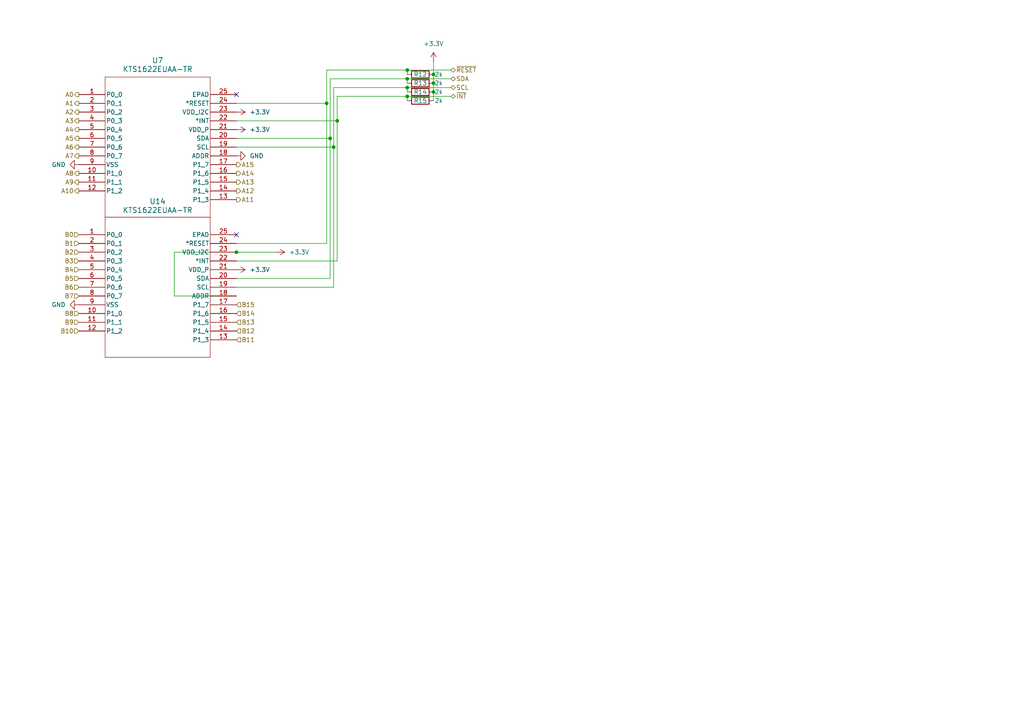
<source format=kicad_sch>
(kicad_sch (version 20230121) (generator eeschema)
  (paper "A4")
  (lib_symbols
    (symbol "2024-01-12_19-20-25:KTS1622EUAA-TR" (pin_names (offset 0.254))
      (property "Reference" "U" (at 22.86 10.16 0))
      (property "Value" "KTS1622EUAA-TR" (at 22.86 7.62 0))
      (symbol "KTS1622EUAA-TR_0_1"
        (polyline (pts (xy 7.62 -35.56) (xy 38.1 -35.56)) (stroke (width 0.127)))
        (polyline (pts (xy 7.62 5.08) (xy 7.62 -35.56)) (stroke (width 0.127)))
        (polyline (pts (xy 38.1 -35.56) (xy 38.1 5.08)) (stroke (width 0.127)))
        (polyline (pts (xy 38.1 5.08) (xy 7.62 5.08)) (stroke (width 0.127)))
        (pin bidirectional line (at 0 0 0) (length 7.62) (name "P0_0") (number "1"))
        (pin bidirectional line (at 0 -22.86 0) (length 7.62) (name "P1_0") (number "10"))
        (pin bidirectional line (at 0 -25.4 0) (length 7.62) (name "P1_1") (number "11"))
        (pin bidirectional line (at 0 -27.94 0) (length 7.62) (name "P1_2") (number "12"))
        (pin bidirectional line (at 45.72 -30.48 180) (length 7.62) (name "P1_3") (number "13"))
        (pin bidirectional line (at 45.72 -27.94 180) (length 7.62) (name "P1_4") (number "14"))
        (pin bidirectional line (at 45.72 -25.4 180) (length 7.62) (name "P1_5") (number "15"))
        (pin bidirectional line (at 45.72 -22.86 180) (length 7.62) (name "P1_6") (number "16"))
        (pin bidirectional line (at 45.72 -20.32 180) (length 7.62) (name "P1_7") (number "17"))
        (pin input line (at 45.72 -17.78 180) (length 7.62) (name "ADDR") (number "18"))
        (pin input line (at 45.72 -15.24 180) (length 7.62) (name "SCL") (number "19"))
        (pin bidirectional line (at 0 -2.54 0) (length 7.62) (name "P0_1") (number "2"))
        (pin bidirectional line (at 45.72 -12.7 180) (length 7.62) (name "SDA") (number "20"))
        (pin power_in line (at 45.72 -10.16 180) (length 7.62) (name "VDD_P") (number "21"))
        (pin input line (at 45.72 -7.62 180) (length 7.62) (name "*INT") (number "22"))
        (pin power_in line (at 45.72 -5.08 180) (length 7.62) (name "VDD_I2C") (number "23"))
        (pin input line (at 45.72 -2.54 180) (length 7.62) (name "*RESET") (number "24"))
        (pin unspecified line (at 45.72 0 180) (length 7.62) (name "EPAD") (number "25"))
        (pin bidirectional line (at 0 -5.08 0) (length 7.62) (name "P0_2") (number "3"))
        (pin bidirectional line (at 0 -7.62 0) (length 7.62) (name "P0_3") (number "4"))
        (pin bidirectional line (at 0 -10.16 0) (length 7.62) (name "P0_4") (number "5"))
        (pin bidirectional line (at 0 -12.7 0) (length 7.62) (name "P0_5") (number "6"))
        (pin bidirectional line (at 0 -15.24 0) (length 7.62) (name "P0_6") (number "7"))
        (pin bidirectional line (at 0 -17.78 0) (length 7.62) (name "P0_7") (number "8"))
        (pin power_out line (at 0 -20.32 0) (length 7.62) (name "VSS") (number "9"))
      )
    )
    (symbol "Device:R" (pin_numbers hide) (pin_names (offset 0))
      (property "Reference" "R" (at 2.032 0 90))
      (property "Value" "R" (at 0 0 90))
      (symbol "R_0_1"
        (rectangle (start -1.016 -2.54) (end 1.016 2.54) (stroke (width 0.254)))
      )
      (symbol "R_1_1"
        (pin passive line (at 0 3.81 270) (length 1.27) (name "~") (number "1"))
        (pin passive line (at 0 -3.81 90) (length 1.27) (name "~") (number "2"))
      )
    )
    (symbol "power:+3.3V" (power) (pin_names (offset 0))
      (property "Value" "+3.3V" (at 0 3.556 0))
      (symbol "+3.3V_0_1"
        (polyline (pts (xy -0.762 1.27) (xy 0 2.54)))
        (polyline (pts (xy 0 0) (xy 0 2.54)))
        (polyline (pts (xy 0 2.54) (xy 0.762 1.27)))
      )
      (symbol "+3.3V_1_1"
        (pin power_in line (at 0 0 90) (length 0) hide (name "+3.3V") (number "1"))
      )
    )
    (symbol "power:GND" (power) (pin_names (offset 0))
      (property "Value" "GND" (at 0 -3.81 0))
      (symbol "GND_0_1"
        (polyline (pts (xy 0 0) (xy 0 -1.27) (xy 1.27 -1.27) (xy 0 -2.54) (xy -1.27 -1.27) (xy 0 -1.27)))
      )
      (symbol "GND_1_1"
        (pin power_in line (at 0 0 270) (length 0) hide (name "GND") (number "1"))
      )
    )
  )
  (junction (at 118.11 27.94))
  (junction (at 96.774 42.672))
  (junction (at 68.58 73.152))
  (junction (at 118.11 25.4))
  (junction (at 97.79 35.052))
  (junction (at 94.742 29.972))
  (junction (at 118.11 22.86))
  (junction (at 95.758 40.132))
  (junction (at 125.73 21.59))
  (junction (at 125.73 26.67))
  (junction (at 125.73 24.13))
  (junction (at 118.11 20.32))
  (no_connect (at 68.58 27.432))
  (no_connect (at 68.58 68.072))
  (wire (pts (xy 68.58 83.312) (xy 96.774 83.312)))
  (wire (pts (xy 94.742 20.32) (xy 118.11 20.32)))
  (wire (pts (xy 118.11 22.86) (xy 130.81 22.86)))
  (wire (pts (xy 68.58 75.692) (xy 97.79 75.692)))
  (wire (pts (xy 95.758 40.132) (xy 95.758 80.772)))
  (wire (pts (xy 118.11 20.32) (xy 130.81 20.32)))
  (wire (pts (xy 125.73 24.13) (xy 125.73 26.67)))
  (wire (pts (xy 68.58 80.772) (xy 95.758 80.772)))
  (wire (pts (xy 68.58 73.152) (xy 80.01 73.152)))
  (wire (pts (xy 118.11 22.86) (xy 118.11 24.13)))
  (wire (pts (xy 68.58 70.612) (xy 94.742 70.612)))
  (wire (pts (xy 97.79 35.052) (xy 97.79 75.692)))
  (wire (pts (xy 94.742 20.32) (xy 94.742 29.972)))
  (wire (pts (xy 95.758 22.86) (xy 118.11 22.86)))
  (wire (pts (xy 125.73 26.67) (xy 125.73 29.21)))
  (wire (pts (xy 118.11 27.94) (xy 118.11 29.21)))
  (wire (pts (xy 50.546 73.152) (xy 50.546 85.852)))
  (wire (pts (xy 68.58 40.132) (xy 95.758 40.132)))
  (wire (pts (xy 97.79 27.94) (xy 118.11 27.94)))
  (wire (pts (xy 118.11 25.4) (xy 130.81 25.4)))
  (wire (pts (xy 96.774 25.4) (xy 118.11 25.4)))
  (wire (pts (xy 94.742 29.972) (xy 94.742 70.612)))
  (wire (pts (xy 68.58 42.672) (xy 96.774 42.672)))
  (wire (pts (xy 118.11 27.94) (xy 130.81 27.94)))
  (wire (pts (xy 96.774 42.672) (xy 96.774 83.312)))
  (wire (pts (xy 68.58 29.972) (xy 94.742 29.972)))
  (wire (pts (xy 68.58 35.052) (xy 97.79 35.052)))
  (wire (pts (xy 95.758 22.86) (xy 95.758 40.132)))
  (wire (pts (xy 96.774 25.4) (xy 96.774 42.672)))
  (wire (pts (xy 118.11 25.4) (xy 118.11 26.67)))
  (wire (pts (xy 125.73 21.59) (xy 125.73 24.13)))
  (wire (pts (xy 125.73 17.78) (xy 125.73 21.59)))
  (wire (pts (xy 50.546 73.152) (xy 68.58 73.152)))
  (wire (pts (xy 118.11 20.32) (xy 118.11 21.59)))
  (wire (pts (xy 97.79 27.94) (xy 97.79 35.052)))
  (wire (pts (xy 68.58 85.852) (xy 50.546 85.852)))
  (hierarchical_label "A14" (shape output) (at 68.58 50.292 0))
  (hierarchical_label "B5" (shape input) (at 22.86 80.772 180))
  (hierarchical_label "A4" (shape output) (at 22.86 37.592 180))
  (hierarchical_label "B9" (shape input) (at 22.86 93.472 180))
  (hierarchical_label "B12" (shape input) (at 68.58 96.012 0))
  (hierarchical_label "B15" (shape input) (at 68.58 88.392 0))
  (hierarchical_label "B2" (shape input) (at 22.86 73.152 180))
  (hierarchical_label "A0" (shape output) (at 22.86 27.432 180))
  (hierarchical_label "B3" (shape input) (at 22.86 75.692 180))
  (hierarchical_label "B1" (shape input) (at 22.86 70.612 180))
  (hierarchical_label "B4" (shape input) (at 22.86 78.232 180))
  (hierarchical_label "A13" (shape output) (at 68.58 52.832 0))
  (hierarchical_label "A5" (shape output) (at 22.86 40.132 180))
  (hierarchical_label "A8" (shape output) (at 22.86 50.292 180))
  (hierarchical_label "B10" (shape input) (at 22.86 96.012 180))
  (hierarchical_label "B13" (shape input) (at 68.58 93.472 0))
  (hierarchical_label "~{INT}" (shape bidirectional) (at 130.81 27.94 0))
  (hierarchical_label "B0" (shape input) (at 22.86 68.072 180))
  (hierarchical_label "A12" (shape output) (at 68.58 55.372 0))
  (hierarchical_label "A10" (shape output) (at 22.86 55.372 180))
  (hierarchical_label "SDA" (shape bidirectional) (at 130.81 22.86 0))
  (hierarchical_label "SCL" (shape bidirectional) (at 130.81 25.4 0))
  (hierarchical_label "A15" (shape output) (at 68.58 47.752 0))
  (hierarchical_label "A2" (shape output) (at 22.86 32.512 180))
  (hierarchical_label "A3" (shape output) (at 22.86 35.052 180))
  (hierarchical_label "A11" (shape output) (at 68.58 57.912 0))
  (hierarchical_label "~{RESET}" (shape bidirectional) (at 130.81 20.32 0))
  (hierarchical_label "A6" (shape output) (at 22.86 42.672 180))
  (hierarchical_label "B7" (shape input) (at 22.86 85.852 180))
  (hierarchical_label "A9" (shape output) (at 22.86 52.832 180))
  (hierarchical_label "B14" (shape input) (at 68.58 90.932 0))
  (hierarchical_label "B6" (shape input) (at 22.86 83.312 180))
  (hierarchical_label "B8" (shape input) (at 22.86 90.932 180))
  (hierarchical_label "B11" (shape input) (at 68.58 98.552 0))
  (hierarchical_label "A1" (shape output) (at 22.86 29.972 180))
  (hierarchical_label "A7" (shape output) (at 22.86 45.212 180))
  (symbol (lib_id "power:GND") (at 22.86 88.392 270) (unit 1)
    (property "Reference" "#PWR052" (effects hide))
    (property "Value" "GND" (at 19.0303 88.392 90) (effects (justify right)))
  )
  (symbol (lib_id "Device:R") (at 121.92 21.59 90) (unit 1)
    (property "Reference" "R12" (at 121.92 21.59 90))
    (property "Value" "2k" (at 127.254 21.59 90))
    (property "Footprint" "Resistor_SMD:R_1206_3216Metric" (effects hide))
  )
  (symbol (lib_id "Device:R") (at 121.92 26.67 90) (unit 1)
    (property "Reference" "R14" (at 121.92 26.67 90))
    (property "Value" "2k" (at 127.254 26.67 90))
    (property "Footprint" "Resistor_SMD:R_1206_3216Metric" (effects hide))
  )
  (symbol (lib_id "power:+3.3V") (at 80.01 73.152 270) (unit 1)
    (property "Reference" "#PWR058" (effects hide))
    (property "Value" "+3.3V" (at 83.82 73.152 90) (effects (justify left)))
  )
  (symbol (lib_id "2024-01-12_19-20-25:KTS1622EUAA-TR") (at 22.86 27.432 0) (unit 1)
    (property "Reference" "U7" (at 45.72 17.526 0) (effects (font (size 1.524 1.524))))
    (property "Value" "KTS1622EUAA-TR" (at 45.72 20.066 0) (effects (font (size 1.524 1.524))))
    (property "Footprint" "footprints:TQFN44-24_KIN" (effects hide))
    (property "Datasheet" "KTS1622EUAA-TR" (effects hide))
  )
  (symbol (lib_id "power:GND") (at 68.58 45.212 90) (unit 1)
    (property "Reference" "#PWR055" (effects hide))
    (property "Value" "GND" (at 72.39 45.212 90) (effects (justify right)))
  )
  (symbol (lib_id "power:+3.3V") (at 68.58 78.232 270) (unit 1)
    (property "Reference" "#PWR063" (effects hide))
    (property "Value" "+3.3V" (at 72.39 78.232 90) (effects (justify left)))
  )
  (symbol (lib_id "power:+3.3V") (at 68.58 32.512 270) (unit 1)
    (property "Reference" "#PWR056" (effects hide))
    (property "Value" "+3.3V" (at 72.39 32.512 90) (effects (justify left)))
  )
  (symbol (lib_id "Device:R") (at 121.92 24.13 90) (unit 1)
    (property "Reference" "R13" (at 121.92 24.13 90))
    (property "Value" "2k" (at 127.254 24.13 90))
    (property "Footprint" "Resistor_SMD:R_1206_3216Metric" (effects hide))
  )
  (symbol (lib_id "Device:R") (at 121.92 29.21 90) (unit 1)
    (property "Reference" "R15" (at 121.92 29.21 90))
    (property "Value" "2k" (at 127.254 29.21 90))
    (property "Footprint" "Resistor_SMD:R_1206_3216Metric" (effects hide))
  )
  (symbol (lib_id "power:+3.3V") (at 68.58 37.592 270) (unit 1)
    (property "Reference" "#PWR057" (effects hide))
    (property "Value" "+3.3V" (at 72.39 37.592 90) (effects (justify left)))
  )
  (symbol (lib_id "power:+3.3V") (at 125.73 17.78 0) (unit 1)
    (property "Reference" "#PWR064" (effects hide))
    (property "Value" "+3.3V" (at 125.73 12.7 0))
  )
  (symbol (lib_id "2024-01-12_19-20-25:KTS1622EUAA-TR") (at 22.86 68.072 0) (unit 1)
    (property "Reference" "U14" (at 45.72 58.42 0) (effects (font (size 1.524 1.524))))
    (property "Value" "KTS1622EUAA-TR" (at 45.72 60.96 0) (effects (font (size 1.524 1.524))))
    (property "Footprint" "footprints:TQFN44-24_KIN" (effects hide))
    (property "Datasheet" "KTS1622EUAA-TR" (effects hide))
  )
  (symbol (lib_id "power:GND") (at 22.86 47.752 270) (unit 1)
    (property "Reference" "#PWR051" (effects hide))
    (property "Value" "GND" (at 19.05 47.752 90) (effects (justify right)))
  )
)
</source>
